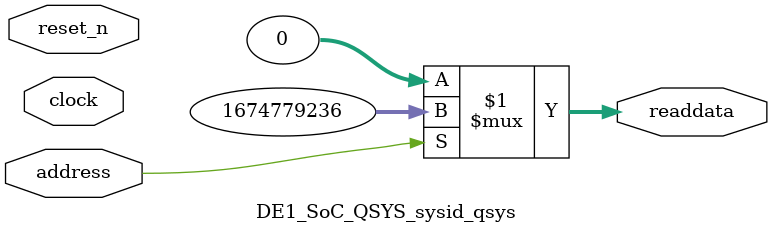
<source format=v>



// synthesis translate_off
`timescale 1ns / 1ps
// synthesis translate_on

// turn off superfluous verilog processor warnings 
// altera message_level Level1 
// altera message_off 10034 10035 10036 10037 10230 10240 10030 

module DE1_SoC_QSYS_sysid_qsys (
               // inputs:
                address,
                clock,
                reset_n,

               // outputs:
                readdata
             )
;

  output  [ 31: 0] readdata;
  input            address;
  input            clock;
  input            reset_n;

  wire    [ 31: 0] readdata;
  //control_slave, which is an e_avalon_slave
  assign readdata = address ? 1674779236 : 0;

endmodule



</source>
